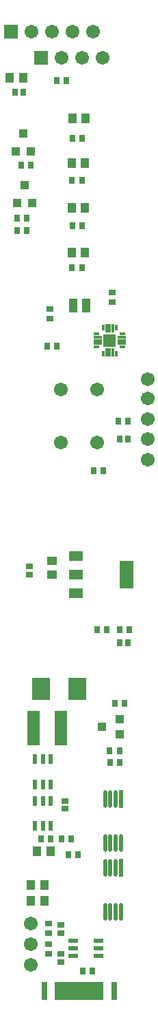
<source format=gts>
%FSLAX25Y25*%
%MOIN*%
G70*
G01*
G75*
G04 Layer_Color=8388736*
%ADD10R,0.03150X0.03543*%
%ADD11R,0.03150X0.03543*%
%ADD12R,0.03150X0.03937*%
%ADD13C,0.05906*%
%ADD14R,0.05118X0.15748*%
%ADD15R,0.03150X0.02559*%
%ADD16R,0.00787X0.02362*%
%ADD17R,0.00787X0.03150*%
%ADD18R,0.02362X0.00787*%
%ADD19R,0.03150X0.00787*%
%ADD20R,0.05118X0.05118*%
%ADD21R,0.05906X0.03937*%
%ADD22R,0.05906X0.12992*%
%ADD23R,0.01063X0.07874*%
%ADD24R,0.02362X0.07874*%
%ADD25R,0.02165X0.02559*%
%ADD26R,0.01575X0.03937*%
%ADD27R,0.02362X0.02756*%
%ADD28R,0.03937X0.01575*%
%ADD29R,0.01181X0.07874*%
%ADD30O,0.01181X0.07874*%
%ADD31R,0.02559X0.02165*%
%ADD32R,0.03543X0.03150*%
%ADD33R,0.03543X0.03150*%
%ADD34R,0.07874X0.10000*%
%ADD35R,0.02756X0.02362*%
%ADD36R,0.03937X0.03150*%
%ADD37C,0.00787*%
%ADD38C,0.01000*%
%ADD39C,0.01181*%
%ADD40C,0.02362*%
%ADD41C,0.03150*%
%ADD42C,0.01575*%
%ADD43R,0.05906X0.05906*%
%ADD44C,0.01969*%
%ADD45C,0.03150*%
%ADD46C,0.00197*%
%ADD47C,0.00600*%
%ADD48C,0.00500*%
%ADD49C,0.00394*%
%ADD50C,0.00591*%
%ADD51C,0.00709*%
%ADD52C,0.01200*%
%ADD53R,0.03950X0.04343*%
%ADD54R,0.03950X0.04343*%
%ADD55R,0.03950X0.04737*%
%ADD56C,0.06706*%
%ADD57R,0.05918X0.16548*%
%ADD58R,0.03950X0.03359*%
%ADD59R,0.01587X0.03162*%
%ADD60R,0.01587X0.03950*%
%ADD61R,0.03162X0.01587*%
%ADD62R,0.03950X0.01587*%
%ADD63R,0.05918X0.05918*%
%ADD64R,0.06706X0.04737*%
%ADD65R,0.06706X0.13792*%
%ADD66R,0.01863X0.08674*%
%ADD67R,0.03162X0.08674*%
%ADD68R,0.02965X0.03359*%
%ADD69R,0.02375X0.04737*%
%ADD70R,0.03162X0.03556*%
%ADD71R,0.04737X0.02375*%
%ADD72R,0.01981X0.08674*%
%ADD73O,0.01981X0.08674*%
%ADD74R,0.03359X0.02965*%
%ADD75R,0.04343X0.03950*%
%ADD76R,0.04343X0.03950*%
%ADD77R,0.08674X0.10800*%
%ADD78R,0.03556X0.03162*%
%ADD79R,0.04737X0.03950*%
%ADD80R,0.06706X0.06706*%
D53*
X61191Y-347290D02*
D03*
X52530Y-343550D02*
D03*
D54*
X61191Y-339810D02*
D03*
D55*
X17784Y-420130D02*
D03*
X24476D02*
D03*
X14346Y-29240D02*
D03*
X7654D02*
D03*
X38186Y-48700D02*
D03*
X44485D02*
D03*
X38050Y-70378D02*
D03*
X44350D02*
D03*
X38045Y-92143D02*
D03*
X44345D02*
D03*
X37951Y-113702D02*
D03*
X44250D02*
D03*
X20784Y-403930D02*
D03*
X27477D02*
D03*
X17864Y-427740D02*
D03*
X24556D02*
D03*
D56*
X74810Y-194340D02*
D03*
Y-175140D02*
D03*
Y-214052D02*
D03*
Y-184520D02*
D03*
Y-204319D02*
D03*
X50168Y-180075D02*
D03*
X32452D02*
D03*
X50168Y-205665D02*
D03*
X32452D02*
D03*
X52950Y-19540D02*
D03*
X42950D02*
D03*
X32950D02*
D03*
X48110Y-6700D02*
D03*
X38110D02*
D03*
X28110D02*
D03*
X18110D02*
D03*
X17890Y-458780D02*
D03*
Y-448780D02*
D03*
Y-438780D02*
D03*
D57*
X32644Y-344223D02*
D03*
X19259D02*
D03*
D58*
X38560Y-141080D02*
D03*
X44859D02*
D03*
X38560Y-137733D02*
D03*
X44859D02*
D03*
D59*
X53230Y-162699D02*
D03*
X59530D02*
D03*
Y-150101D02*
D03*
X53230D02*
D03*
D60*
X54805Y-162305D02*
D03*
X56380D02*
D03*
X57955D02*
D03*
Y-150495D02*
D03*
X56380D02*
D03*
X54805D02*
D03*
D61*
X62679Y-159550D02*
D03*
Y-153250D02*
D03*
X50081D02*
D03*
Y-159550D02*
D03*
D62*
X62286Y-157975D02*
D03*
Y-156400D02*
D03*
Y-154825D02*
D03*
X50475D02*
D03*
Y-156400D02*
D03*
Y-157975D02*
D03*
D63*
X56380Y-156400D02*
D03*
D64*
X39918Y-260795D02*
D03*
Y-269850D02*
D03*
Y-278905D02*
D03*
D65*
X64722Y-269850D02*
D03*
D66*
X42414Y-471340D02*
D03*
X30603D02*
D03*
X32572D02*
D03*
X34540D02*
D03*
X36509D02*
D03*
X38477D02*
D03*
X40446D02*
D03*
X44383D02*
D03*
X46351D02*
D03*
X48320D02*
D03*
X50288D02*
D03*
X52257D02*
D03*
D67*
X24422D02*
D03*
X58438D02*
D03*
D68*
X14320Y-36320D02*
D03*
X10383D02*
D03*
X61260Y-302680D02*
D03*
X65197D02*
D03*
X65200Y-204290D02*
D03*
X61263D02*
D03*
D69*
X20040Y-379338D02*
D03*
X27520D02*
D03*
X23780D02*
D03*
Y-391542D02*
D03*
X27520D02*
D03*
X20040D02*
D03*
X27520Y-371362D02*
D03*
X20040D02*
D03*
X23780D02*
D03*
Y-359158D02*
D03*
X20040D02*
D03*
X27520D02*
D03*
D70*
X11170Y-97050D02*
D03*
X15894D02*
D03*
X18042Y-71650D02*
D03*
X13318D02*
D03*
X11170Y-103000D02*
D03*
X15894D02*
D03*
X63682Y-332130D02*
D03*
X58958D02*
D03*
X36328Y-405500D02*
D03*
X41052D02*
D03*
X37732Y-397730D02*
D03*
X33008D02*
D03*
X61102Y-355020D02*
D03*
X56378D02*
D03*
X27492Y-397720D02*
D03*
X22768D02*
D03*
X61192Y-360710D02*
D03*
X56468D02*
D03*
X43338Y-461730D02*
D03*
X48062D02*
D03*
X42782Y-121260D02*
D03*
X38058D02*
D03*
X42822Y-100800D02*
D03*
X38098D02*
D03*
X42782Y-78860D02*
D03*
X38058D02*
D03*
X30722Y-159300D02*
D03*
X25998D02*
D03*
X42872Y-58350D02*
D03*
X38148D02*
D03*
X53352Y-219620D02*
D03*
X48628D02*
D03*
X35152Y-30500D02*
D03*
X30428D02*
D03*
X55082Y-296460D02*
D03*
X50358D02*
D03*
X65992D02*
D03*
X61268D02*
D03*
X60428Y-195580D02*
D03*
X65152D02*
D03*
D71*
X38718Y-454520D02*
D03*
Y-447040D02*
D03*
Y-450780D02*
D03*
X50922D02*
D03*
Y-447040D02*
D03*
Y-454520D02*
D03*
D72*
X61813Y-411956D02*
D03*
Y-378416D02*
D03*
D73*
X59254Y-411956D02*
D03*
X56695D02*
D03*
X54136D02*
D03*
X61813Y-433216D02*
D03*
X59254D02*
D03*
X56695D02*
D03*
X54136D02*
D03*
X59254Y-378416D02*
D03*
X56695D02*
D03*
X54136D02*
D03*
X61813Y-399676D02*
D03*
X59254D02*
D03*
X56695D02*
D03*
X54136D02*
D03*
D74*
X32450Y-453520D02*
D03*
Y-457457D02*
D03*
X32650Y-443470D02*
D03*
Y-439533D02*
D03*
X17330Y-269840D02*
D03*
Y-265903D02*
D03*
X34440Y-383280D02*
D03*
Y-379343D02*
D03*
D75*
X11170Y-89911D02*
D03*
X14910Y-81250D02*
D03*
X10570Y-64811D02*
D03*
X14310Y-56150D02*
D03*
D76*
X18650Y-89911D02*
D03*
X18050Y-64811D02*
D03*
D77*
X40660Y-325270D02*
D03*
X22943D02*
D03*
D78*
X26600Y-438780D02*
D03*
Y-443504D02*
D03*
Y-448778D02*
D03*
Y-453502D02*
D03*
X57470Y-137752D02*
D03*
Y-133028D02*
D03*
X27320Y-141088D02*
D03*
Y-145812D02*
D03*
D79*
X28150Y-269847D02*
D03*
Y-263154D02*
D03*
D80*
X22950Y-19540D02*
D03*
X8110Y-6700D02*
D03*
M02*

</source>
